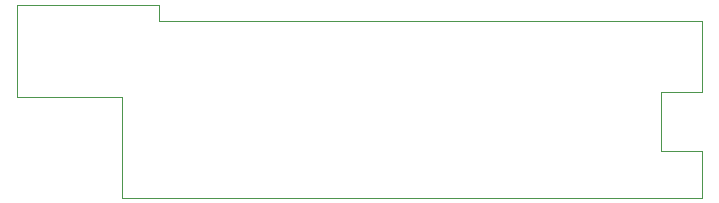
<source format=gbr>
%TF.GenerationSoftware,KiCad,Pcbnew,7.0.10*%
%TF.CreationDate,2024-03-02T15:00:59+00:00*%
%TF.ProjectId,gba_flex_ds_lite,6762615f-666c-4657-985f-64735f6c6974,rev?*%
%TF.SameCoordinates,Original*%
%TF.FileFunction,Profile,NP*%
%FSLAX46Y46*%
G04 Gerber Fmt 4.6, Leading zero omitted, Abs format (unit mm)*
G04 Created by KiCad (PCBNEW 7.0.10) date 2024-03-02 15:00:59*
%MOMM*%
%LPD*%
G01*
G04 APERTURE LIST*
%TA.AperFunction,Profile*%
%ADD10C,0.050000*%
%TD*%
G04 APERTURE END LIST*
D10*
X107665520Y-90906600D02*
X155615640Y-90906600D01*
X109626400Y-75895200D02*
X155615640Y-75895200D01*
X152095200Y-86944200D02*
X155575000Y-86944200D01*
X107665520Y-90906600D02*
X106476800Y-90906600D01*
X152095200Y-86944200D02*
X152100000Y-81940000D01*
X97637600Y-82372200D02*
X106476800Y-82346800D01*
X152120600Y-81940400D02*
X155600400Y-81940400D01*
X155615640Y-90906600D02*
X155610000Y-86950000D01*
X106476800Y-82346800D02*
X106476800Y-90881200D01*
X109626400Y-75895200D02*
X109626400Y-74549000D01*
X155615640Y-75895200D02*
X155610000Y-81940000D01*
X109626400Y-74549000D02*
X97637600Y-74549000D01*
X97637600Y-74549000D02*
X97637600Y-82372200D01*
M02*

</source>
